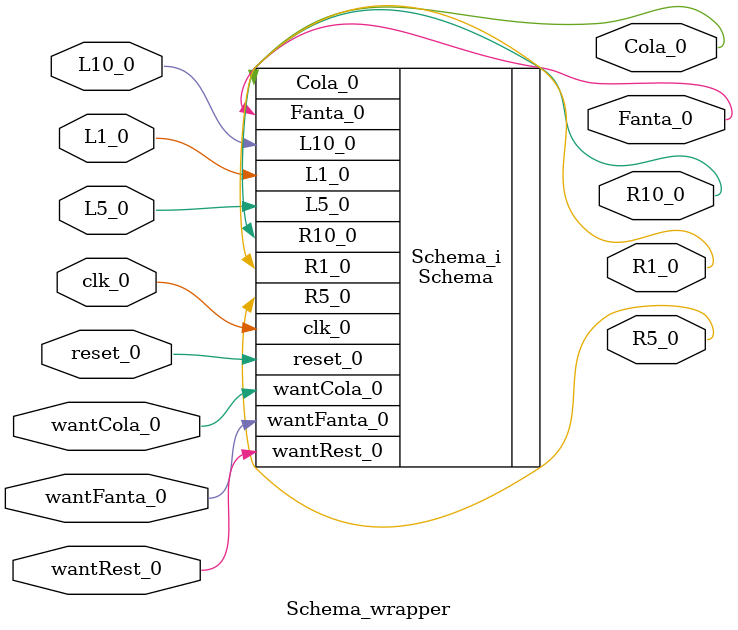
<source format=v>
`timescale 1 ps / 1 ps

module Schema_wrapper
   (Cola_0,
    Fanta_0,
    L10_0,
    L1_0,
    L5_0,
    R10_0,
    R1_0,
    R5_0,
    clk_0,
    reset_0,
    wantCola_0,
    wantFanta_0,
    wantRest_0);
  output Cola_0;
  output Fanta_0;
  input L10_0;
  input L1_0;
  input L5_0;
  output R10_0;
  output R1_0;
  output R5_0;
  input clk_0;
  input reset_0;
  input wantCola_0;
  input wantFanta_0;
  input wantRest_0;

  wire Cola_0;
  wire Fanta_0;
  wire L10_0;
  wire L1_0;
  wire L5_0;
  wire R10_0;
  wire R1_0;
  wire R5_0;
  wire clk_0;
  wire reset_0;
  wire wantCola_0;
  wire wantFanta_0;
  wire wantRest_0;

  Schema Schema_i
       (.Cola_0(Cola_0),
        .Fanta_0(Fanta_0),
        .L10_0(L10_0),
        .L1_0(L1_0),
        .L5_0(L5_0),
        .R10_0(R10_0),
        .R1_0(R1_0),
        .R5_0(R5_0),
        .clk_0(clk_0),
        .reset_0(reset_0),
        .wantCola_0(wantCola_0),
        .wantFanta_0(wantFanta_0),
        .wantRest_0(wantRest_0));
endmodule

</source>
